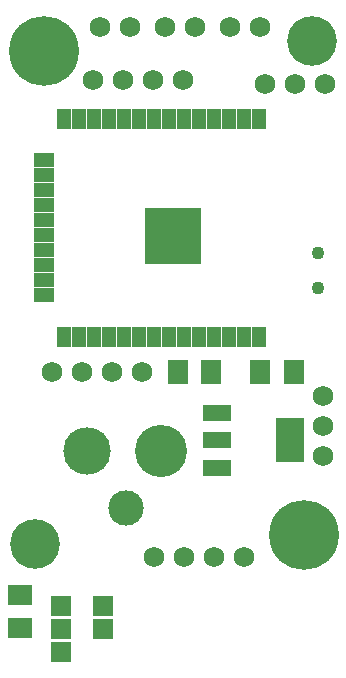
<source format=gbr>
G04 EAGLE Gerber RS-274X export*
G75*
%MOMM*%
%FSLAX34Y34*%
%LPD*%
%INSoldermask Top*%
%IPPOS*%
%AMOC8*
5,1,8,0,0,1.08239X$1,22.5*%
G01*
%ADD10C,5.903200*%
%ADD11C,4.203200*%
%ADD12R,1.203200X1.703200*%
%ADD13R,1.703200X1.203200*%
%ADD14R,4.703200X4.703200*%
%ADD15R,2.438400X1.422400*%
%ADD16R,2.403200X3.803200*%
%ADD17R,1.803200X2.006200*%
%ADD18R,2.006200X1.803200*%
%ADD19C,1.727200*%
%ADD20R,1.703200X1.703200*%
%ADD21C,1.103200*%
%ADD22C,4.419200*%
%ADD23C,4.019200*%
%ADD24C,3.003200*%


D10*
X205000Y875000D03*
X425000Y465000D03*
D11*
X198000Y457000D03*
X432000Y883000D03*
D12*
X349400Y817500D03*
X336700Y817500D03*
X324000Y817500D03*
X311300Y817500D03*
X298600Y817500D03*
X285900Y817500D03*
X273200Y817500D03*
X260500Y817500D03*
D13*
X205000Y667700D03*
D12*
X222400Y632500D03*
X235100Y632500D03*
X247800Y632500D03*
X260500Y632500D03*
X273200Y632500D03*
X285900Y632500D03*
X298600Y632500D03*
D13*
X205000Y756600D03*
D12*
X247800Y817500D03*
X235100Y817500D03*
X222400Y817500D03*
D13*
X205000Y782000D03*
X205000Y769300D03*
D12*
X362100Y817500D03*
X374800Y817500D03*
X387500Y817500D03*
D13*
X205000Y743900D03*
X205000Y731200D03*
X205000Y718500D03*
X205000Y680400D03*
X205000Y693100D03*
X205000Y705800D03*
D12*
X311300Y632500D03*
X324000Y632500D03*
X336700Y632500D03*
X349400Y632500D03*
X362100Y632500D03*
X374800Y632500D03*
X387500Y632500D03*
D14*
X314200Y718200D03*
D15*
X351512Y568114D03*
X351512Y545000D03*
X351512Y521886D03*
D16*
X413490Y545000D03*
D17*
X318280Y602500D03*
X346720Y602500D03*
X388280Y602500D03*
X416720Y602500D03*
D18*
X185000Y414220D03*
X185000Y385780D03*
D19*
X298738Y446184D03*
X324138Y446184D03*
X349538Y446184D03*
X374938Y446184D03*
X441316Y532100D03*
X441316Y557500D03*
X441316Y582900D03*
X211900Y602500D03*
X237300Y602500D03*
X262700Y602500D03*
X288100Y602500D03*
X323100Y850000D03*
X297700Y850000D03*
X272300Y850000D03*
X246900Y850000D03*
X442900Y846316D03*
X417500Y846316D03*
X392100Y846316D03*
D20*
X220000Y366000D03*
X220000Y385000D03*
X255000Y385000D03*
X255000Y405000D03*
D19*
X332700Y895000D03*
X307300Y895000D03*
X362300Y895000D03*
X387700Y895000D03*
X277700Y895000D03*
X252300Y895000D03*
D20*
X220000Y405000D03*
D21*
X437000Y704000D03*
X437000Y674000D03*
D22*
X303975Y536137D03*
D23*
X241475Y536137D03*
D24*
X274975Y488137D03*
M02*

</source>
